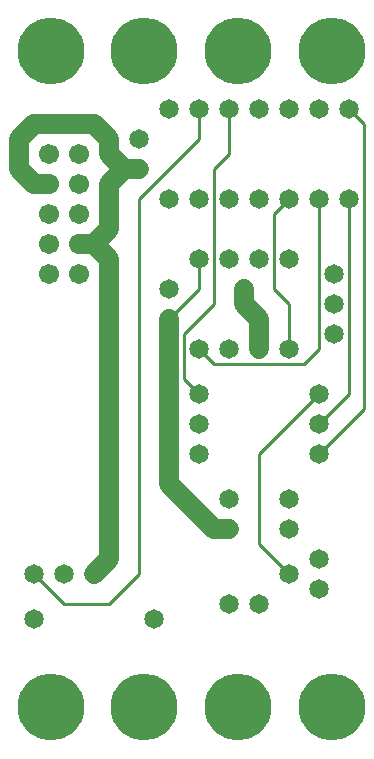
<source format=gtl>
%MOIN*%
%FSLAX25Y25*%
G04 D10 used for Character Trace; *
G04     Circle (OD=.01000) (No hole)*
G04 D11 used for Power Trace; *
G04     Circle (OD=.06500) (No hole)*
G04 D12 used for Signal Trace; *
G04     Circle (OD=.01100) (No hole)*
G04 D13 used for Via; *
G04     Circle (OD=.05800) (Round. Hole ID=.02800)*
G04 D14 used for Component hole; *
G04     Circle (OD=.06500) (Round. Hole ID=.03500)*
G04 D15 used for Component hole; *
G04     Circle (OD=.06700) (Round. Hole ID=.04300)*
G04 D16 used for Component hole; *
G04     Circle (OD=.08100) (Round. Hole ID=.05100)*
G04 D17 used for Component hole; *
G04     Circle (OD=.08900) (Round. Hole ID=.05900)*
G04 D18 used for Component hole; *
G04     Circle (OD=.11300) (Round. Hole ID=.08300)*
G04 D19 used for Component hole; *
G04     Circle (OD=.16000) (Round. Hole ID=.13000)*
G04 D20 used for Component hole; *
G04     Circle (OD=.18300) (Round. Hole ID=.15300)*
G04 D21 used for Component hole; *
G04     Circle (OD=.22291) (Round. Hole ID=.19291)*
%ADD10C,.01000*%
%ADD11C,.06500*%
%ADD12C,.01100*%
%ADD13C,.05800*%
%ADD14C,.06500*%
%ADD15C,.06700*%
%ADD16C,.08100*%
%ADD17C,.08900*%
%ADD18C,.11300*%
%ADD19C,.16000*%
%ADD20C,.18300*%
%ADD21C,.22291*%
%IPPOS*%
%LPD*%
G90*X0Y0D02*D21*X15625Y15625D03*D14*              
X10000Y45000D03*D21*X46875Y15625D03*D12*          
X20000Y50000D02*X35000D01*X20000D02*              
X10000Y60000D01*D14*D03*X20000D03*X30000D03*D11*  
X35000Y65000D01*Y165000D01*X30000Y170000D01*      
X25000D01*D15*D03*D11*X30000D02*X35000Y175000D01* 
Y190000D01*X40000Y195000D01*X45000D01*D14*D03*D11*
X40000D02*X35000Y200000D01*Y205000D01*            
X30000Y210000D01*X10000D01*X5000Y205000D01*       
Y195000D01*X10000Y190000D01*X15000D01*D15*D03*    
X25000Y180000D03*Y200000D03*Y190000D03*           
X15000Y200000D03*Y180000D03*Y170000D03*D12*       
X45000Y60000D02*Y185000D01*X35000Y50000D02*       
X45000Y60000D01*D14*X50000Y45000D03*D11*          
X70000Y75000D02*X75000D01*D14*D03*D11*X70000D02*  
X55000Y90000D01*Y145000D01*D14*D03*D12*           
X65000Y155000D01*Y165000D01*D14*D03*              
X55000Y155000D03*X75000Y165000D03*D11*            
X85000Y145000D02*X80000Y150000D01*                
X85000Y135000D02*Y145000D01*D14*Y135000D03*       
X95000D03*D12*Y150000D01*X90000Y155000D01*        
Y180000D01*X95000Y185000D01*D14*D03*X105000D03*   
D12*Y135000D01*X100000Y130000D01*X70000D01*       
X65000Y135000D01*D14*D03*D12*X60000Y125000D02*    
Y140000D01*X65000Y120000D02*X60000Y125000D01*D14* 
X65000Y120000D03*Y110000D03*X75000Y135000D03*D12* 
X85000Y70000D02*Y100000D01*X95000Y60000D02*       
X85000Y70000D01*D14*X95000Y60000D03*              
X85000Y50000D03*X105000Y55000D03*Y65000D03*       
X95000Y75000D03*X75000Y50000D03*X95000Y85000D03*  
X75000D03*X105000Y100000D03*D12*X120000Y115000D01*
Y210000D01*X115000Y215000D01*D14*D03*X105000D03*  
X95000D03*D21*X109375Y234375D03*D14*              
X85000Y185000D03*Y215000D03*X115000Y185000D03*D12*
Y120000D01*X105000Y110000D01*D14*D03*Y120000D03*  
D12*X85000Y100000D01*D14*X65000D03*               
X110000Y140000D03*D12*X60000D02*X70000Y150000D01* 
Y195000D01*X75000Y200000D01*Y215000D01*D14*D03*   
D12*X45000Y185000D02*X65000Y205000D01*D14*        
X55000Y185000D03*D12*X65000Y205000D02*Y215000D01* 
D14*D03*X55000D03*D21*X46875Y234375D03*X78125D03* 
D14*X45000Y205000D03*X65000Y185000D03*X75000D03*  
D21*X15625Y234375D03*D14*X85000Y165000D03*        
X95000D03*D15*X15000Y160000D03*X25000D03*D14*     
X110000D03*D13*X80000Y155000D03*D11*Y150000D01*   
D14*X110000D03*D21*X78125Y15625D03*X109375D03*M02*

</source>
